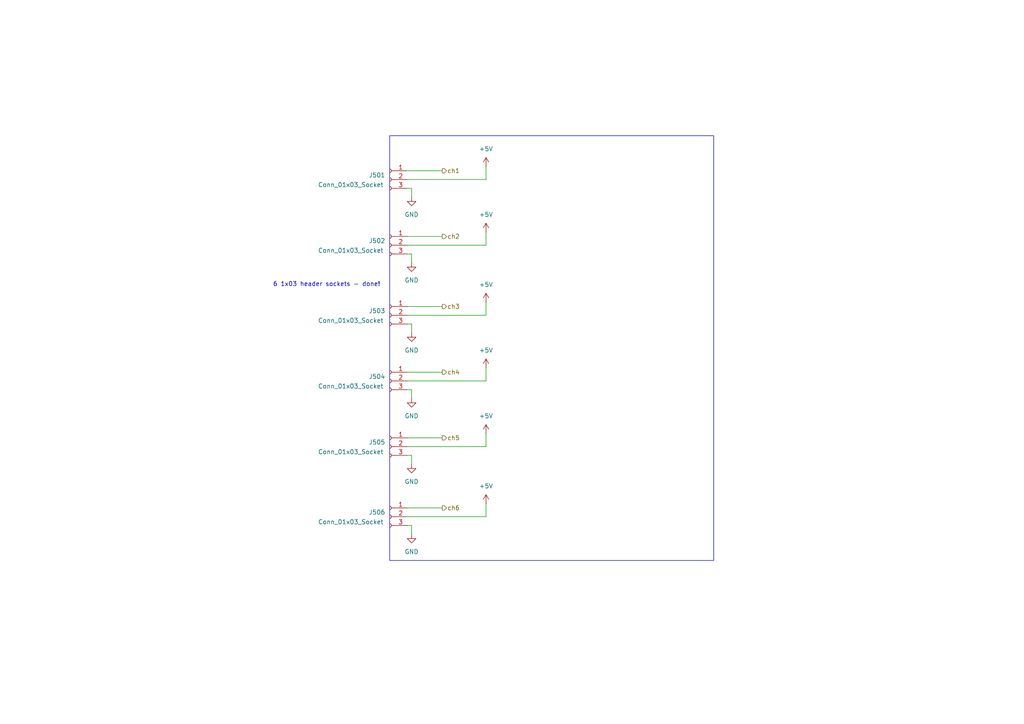
<source format=kicad_sch>
(kicad_sch (version 20250114) (generator "eeschema") (generator_version "9.0")
  (paper "A4")
  (lib_symbols
    (symbol "Connector:Conn_01x03_Socket" (pin_names (offset 1.016) (hide yes))
      (property "Reference" "J" (at 0 5.08 0))
      (property "Value" "Conn_01x03_Socket" (at 0 -5.08 0))
      (symbol "Conn_01x03_Socket_1_1"
        (polyline (pts (xy -1.27 2.54) (xy -0.508 2.54)) (stroke (width 0.1524)))
        (polyline (pts (xy -1.27 0) (xy -0.508 0)) (stroke (width 0.1524)))
        (polyline (pts (xy -1.27 -2.54) (xy -0.508 -2.54)) (stroke (width 0.1524)))
        (arc (start 0 2.032) (mid -0.5058 2.54) (end 0 3.048) (stroke (width 0.1524)))
        (arc (start 0 -0.508) (mid -0.5058 0) (end 0 0.508) (stroke (width 0.1524)))
        (arc (start 0 -3.048) (mid -0.5058 -2.54) (end 0 -2.032) (stroke (width 0.1524)))
        (pin passive line (at -5.08 2.54 0) (length 3.81) (name "Pin_1") (number "1"))
        (pin passive line (at -5.08 0 0) (length 3.81) (name "Pin_2") (number "2"))
        (pin passive line (at -5.08 -2.54 0) (length 3.81) (name "Pin_3") (number "3"))
      )
    )
    (symbol "power:+5V" (power) (pin_numbers (hide yes)) (pin_names (offset 0) (hide yes))
      (property "Value" "+5V" (at 0 3.556 0))
      (symbol "+5V_0_1"
        (polyline (pts (xy -0.762 1.27) (xy 0 2.54)))
        (polyline (pts (xy 0 2.54) (xy 0.762 1.27)))
        (polyline (pts (xy 0 0) (xy 0 2.54)))
      )
      (symbol "+5V_1_1"
        (pin power_in line (at 0 0 90) (length 0) (name "~") (number "1"))
      )
    )
    (symbol "power:GND" (power) (pin_numbers (hide yes)) (pin_names (offset 0) (hide yes))
      (property "Value" "GND" (at 0 -3.81 0))
      (symbol "GND_0_1"
        (polyline (pts (xy 0 0) (xy 0 -1.27) (xy 1.27 -1.27) (xy 0 -2.54) (xy -1.27 -1.27) (xy 0 -1.27)))
      )
      (symbol "GND_1_1"
        (pin power_in line (at 0 0 270) (length 0) (name "~") (number "1"))
      )
    )
  )
  (rectangle (start 113.03 39.37) (end 207.01 162.56))
  (text "6 1x03 header sockets - done!" (at 94.742 82.55 0) (effects (font (size 1.27 1.27))))
  (wire (pts (xy 118.11 68.58) (xy 128.27 68.58)))
  (wire (pts (xy 140.97 52.07) (xy 118.11 52.07)))
  (wire (pts (xy 118.11 93.98) (xy 119.38 93.98)))
  (wire (pts (xy 118.11 54.61) (xy 119.38 54.61)))
  (wire (pts (xy 140.97 110.49) (xy 118.11 110.49)))
  (wire (pts (xy 118.11 73.66) (xy 119.38 73.66)))
  (wire (pts (xy 118.11 107.95) (xy 128.27 107.95)))
  (wire (pts (xy 118.11 88.9) (xy 128.27 88.9)))
  (wire (pts (xy 140.97 91.44) (xy 118.11 91.44)))
  (wire (pts (xy 118.11 132.08) (xy 119.38 132.08)))
  (wire (pts (xy 119.38 113.03) (xy 119.38 115.57)))
  (wire (pts (xy 119.38 73.66) (xy 119.38 76.2)))
  (wire (pts (xy 118.11 113.03) (xy 119.38 113.03)))
  (wire (pts (xy 119.38 54.61) (xy 119.38 57.15)))
  (wire (pts (xy 119.38 132.08) (xy 119.38 134.62)))
  (wire (pts (xy 118.11 49.53) (xy 128.27 49.53)))
  (wire (pts (xy 140.97 125.73) (xy 140.97 129.54)))
  (wire (pts (xy 140.97 149.86) (xy 118.11 149.86)))
  (wire (pts (xy 140.97 146.05) (xy 140.97 149.86)))
  (wire (pts (xy 140.97 106.68) (xy 140.97 110.49)))
  (wire (pts (xy 119.38 93.98) (xy 119.38 96.52)))
  (wire (pts (xy 119.38 152.4) (xy 119.38 154.94)))
  (wire (pts (xy 118.11 152.4) (xy 119.38 152.4)))
  (wire (pts (xy 140.97 87.63) (xy 140.97 91.44)))
  (wire (pts (xy 140.97 48.26) (xy 140.97 52.07)))
  (wire (pts (xy 140.97 67.31) (xy 140.97 71.12)))
  (wire (pts (xy 140.97 129.54) (xy 118.11 129.54)))
  (wire (pts (xy 140.97 71.12) (xy 118.11 71.12)))
  (wire (pts (xy 118.11 147.32) (xy 128.27 147.32)))
  (wire (pts (xy 118.11 127) (xy 128.27 127)))
  (hierarchical_label "ch2" (shape output) (at 128.27 68.58 0))
  (hierarchical_label "ch4" (shape output) (at 128.27 107.95 0))
  (hierarchical_label "ch6" (shape output) (at 128.27 147.32 0))
  (hierarchical_label "ch5" (shape output) (at 128.27 127 0))
  (hierarchical_label "ch1" (shape output) (at 128.27 49.53 0))
  (hierarchical_label "ch3" (shape output) (at 128.27 88.9 0))
  (symbol (lib_id "power:GND") (at 119.38 57.15 0) (unit 1)
    (property "Reference" "#PWR0501" (effects (hide yes)))
    (property "Value" "GND" (at 119.38 62.23 0))
    (property "Description" "Power symbol creates a global label with name \"GND\" , ground" (effects (hide yes)))
  )
  (symbol (lib_id "power:+5V") (at 140.97 48.26 0) (unit 1)
    (property "Reference" "#PWR0507" (effects (hide yes)))
    (property "Value" "+5V" (at 140.97 43.18 0))
    (property "Description" "Power symbol creates a global label with name \"+5V\"" (effects (hide yes)))
  )
  (symbol (lib_id "Connector:Conn_01x03_Socket") (at 113.03 149.86 0) (mirror y) (unit 1)
    (property "Reference" "J506" (at 111.76 148.5899 0) (effects (justify left)))
    (property "Value" "Conn_01x03_Socket" (at 111.252 151.384 0) (effects (justify left)))
    (property "Footprint" "Connector_PinSocket_2.54mm:PinSocket_1x03_P2.54mm_Vertical" (effects (hide yes)))
    (property "Description" "Generic connector, single row, 01x03, script generated" (effects (hide yes)))
  )
  (symbol (lib_id "power:GND") (at 119.38 96.52 0) (unit 1)
    (property "Reference" "#PWR0503" (effects (hide yes)))
    (property "Value" "GND" (at 119.38 101.6 0))
    (property "Description" "Power symbol creates a global label with name \"GND\" , ground" (effects (hide yes)))
  )
  (symbol (lib_id "Connector:Conn_01x03_Socket") (at 113.03 129.54 0) (mirror y) (unit 1)
    (property "Reference" "J505" (at 111.76 128.2699 0) (effects (justify left)))
    (property "Value" "Conn_01x03_Socket" (at 111.252 131.064 0) (effects (justify left)))
    (property "Footprint" "Connector_PinSocket_2.54mm:PinSocket_1x03_P2.54mm_Vertical" (effects (hide yes)))
    (property "Description" "Generic connector, single row, 01x03, script generated" (effects (hide yes)))
  )
  (symbol (lib_id "power:GND") (at 119.38 154.94 0) (unit 1)
    (property "Reference" "#PWR0506" (effects (hide yes)))
    (property "Value" "GND" (at 119.38 160.02 0))
    (property "Description" "Power symbol creates a global label with name \"GND\" , ground" (effects (hide yes)))
  )
  (symbol (lib_id "power:+5V") (at 140.97 67.31 0) (unit 1)
    (property "Reference" "#PWR0508" (effects (hide yes)))
    (property "Value" "+5V" (at 140.97 62.23 0))
    (property "Description" "Power symbol creates a global label with name \"+5V\"" (effects (hide yes)))
  )
  (symbol (lib_id "power:+5V") (at 140.97 87.63 0) (unit 1)
    (property "Reference" "#PWR0509" (effects (hide yes)))
    (property "Value" "+5V" (at 140.97 82.55 0))
    (property "Description" "Power symbol creates a global label with name \"+5V\"" (effects (hide yes)))
  )
  (symbol (lib_id "Connector:Conn_01x03_Socket") (at 113.03 91.44 0) (mirror y) (unit 1)
    (property "Reference" "J503" (at 111.76 90.1699 0) (effects (justify left)))
    (property "Value" "Conn_01x03_Socket" (at 111.252 92.964 0) (effects (justify left)))
    (property "Footprint" "Connector_PinSocket_2.54mm:PinSocket_1x03_P2.54mm_Vertical" (effects (hide yes)))
    (property "Description" "Generic connector, single row, 01x03, script generated" (effects (hide yes)))
  )
  (symbol (lib_id "Connector:Conn_01x03_Socket") (at 113.03 110.49 0) (mirror y) (unit 1)
    (property "Reference" "J504" (at 111.76 109.2199 0) (effects (justify left)))
    (property "Value" "Conn_01x03_Socket" (at 111.252 112.014 0) (effects (justify left)))
    (property "Footprint" "Connector_PinSocket_2.54mm:PinSocket_1x03_P2.54mm_Vertical" (effects (hide yes)))
    (property "Description" "Generic connector, single row, 01x03, script generated" (effects (hide yes)))
  )
  (symbol (lib_id "power:+5V") (at 140.97 106.68 0) (unit 1)
    (property "Reference" "#PWR0510" (effects (hide yes)))
    (property "Value" "+5V" (at 140.97 101.6 0))
    (property "Description" "Power symbol creates a global label with name \"+5V\"" (effects (hide yes)))
  )
  (symbol (lib_id "power:+5V") (at 140.97 125.73 0) (unit 1)
    (property "Reference" "#PWR0511" (effects (hide yes)))
    (property "Value" "+5V" (at 140.97 120.65 0))
    (property "Description" "Power symbol creates a global label with name \"+5V\"" (effects (hide yes)))
  )
  (symbol (lib_id "power:GND") (at 119.38 115.57 0) (unit 1)
    (property "Reference" "#PWR0504" (effects (hide yes)))
    (property "Value" "GND" (at 119.38 120.65 0))
    (property "Description" "Power symbol creates a global label with name \"GND\" , ground" (effects (hide yes)))
  )
  (symbol (lib_id "Connector:Conn_01x03_Socket") (at 113.03 71.12 0) (mirror y) (unit 1)
    (property "Reference" "J502" (at 111.76 69.8499 0) (effects (justify left)))
    (property "Value" "Conn_01x03_Socket" (at 111.252 72.644 0) (effects (justify left)))
    (property "Footprint" "Connector_PinSocket_2.54mm:PinSocket_1x03_P2.54mm_Vertical" (effects (hide yes)))
    (property "Description" "Generic connector, single row, 01x03, script generated" (effects (hide yes)))
  )
  (symbol (lib_id "power:GND") (at 119.38 76.2 0) (unit 1)
    (property "Reference" "#PWR0502" (effects (hide yes)))
    (property "Value" "GND" (at 119.38 81.28 0))
    (property "Description" "Power symbol creates a global label with name \"GND\" , ground" (effects (hide yes)))
  )
  (symbol (lib_id "Connector:Conn_01x03_Socket") (at 113.03 52.07 0) (mirror y) (unit 1)
    (property "Reference" "J501" (at 111.76 50.7999 0) (effects (justify left)))
    (property "Value" "Conn_01x03_Socket" (at 111.252 53.594 0) (effects (justify left)))
    (property "Footprint" "Connector_PinSocket_2.54mm:PinSocket_1x03_P2.54mm_Vertical" (effects (hide yes)))
    (property "Description" "Generic connector, single row, 01x03, script generated" (effects (hide yes)))
  )
  (symbol (lib_id "power:+5V") (at 140.97 146.05 0) (unit 1)
    (property "Reference" "#PWR0512" (effects (hide yes)))
    (property "Value" "+5V" (at 140.97 140.97 0))
    (property "Description" "Power symbol creates a global label with name \"+5V\"" (effects (hide yes)))
  )
  (symbol (lib_id "power:GND") (at 119.38 134.62 0) (unit 1)
    (property "Reference" "#PWR0505" (effects (hide yes)))
    (property "Value" "GND" (at 119.38 139.7 0))
    (property "Description" "Power symbol creates a global label with name \"GND\" , ground" (effects (hide yes)))
  )
)
</source>
